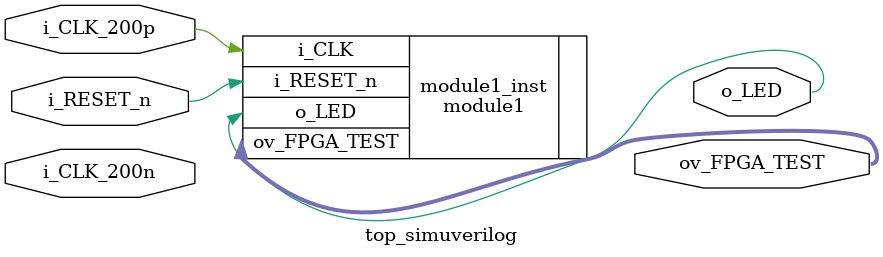
<source format=v>

`include "./include_parameters.v"

  module top_simuverilog    
    (
     // Clocks
     input wire          i_CLK_200p,   //ref clock 200MHz, differential
     input wire          i_CLK_200n,   //ref clock 200MHz   
     input wire          i_RESET_n,    //global reset input

     // test bus
     output wire [7:0]    ov_FPGA_TEST, // testbus
    
     // LEDs on when high
     output wire          o_LED         // turns LED on when you want

     );
   

   
//* Variables 
   reg [15:0] reset;
 
   
   
//* Assigns

                 
                
//* Modules instantiations

//* module1   
module1  module1_inst ( 
                        .i_CLK             (i_CLK_200p),      // comment  
                        .i_RESET_n         (i_RESET_n),                         
                        .ov_FPGA_TEST      (ov_FPGA_TEST),    // comment
	                    .o_LED             (o_LED)
                        );
   
   
//* module2
 


	                    
endmodule 

//* -----------------------------Outline--------------------------------
//  --------------------------------*-----------------------------------
//######################################################################
// Local Variables:
// mode: outline-minor
// outline-regexp: " *\/\/\\*"
// End:

</source>
